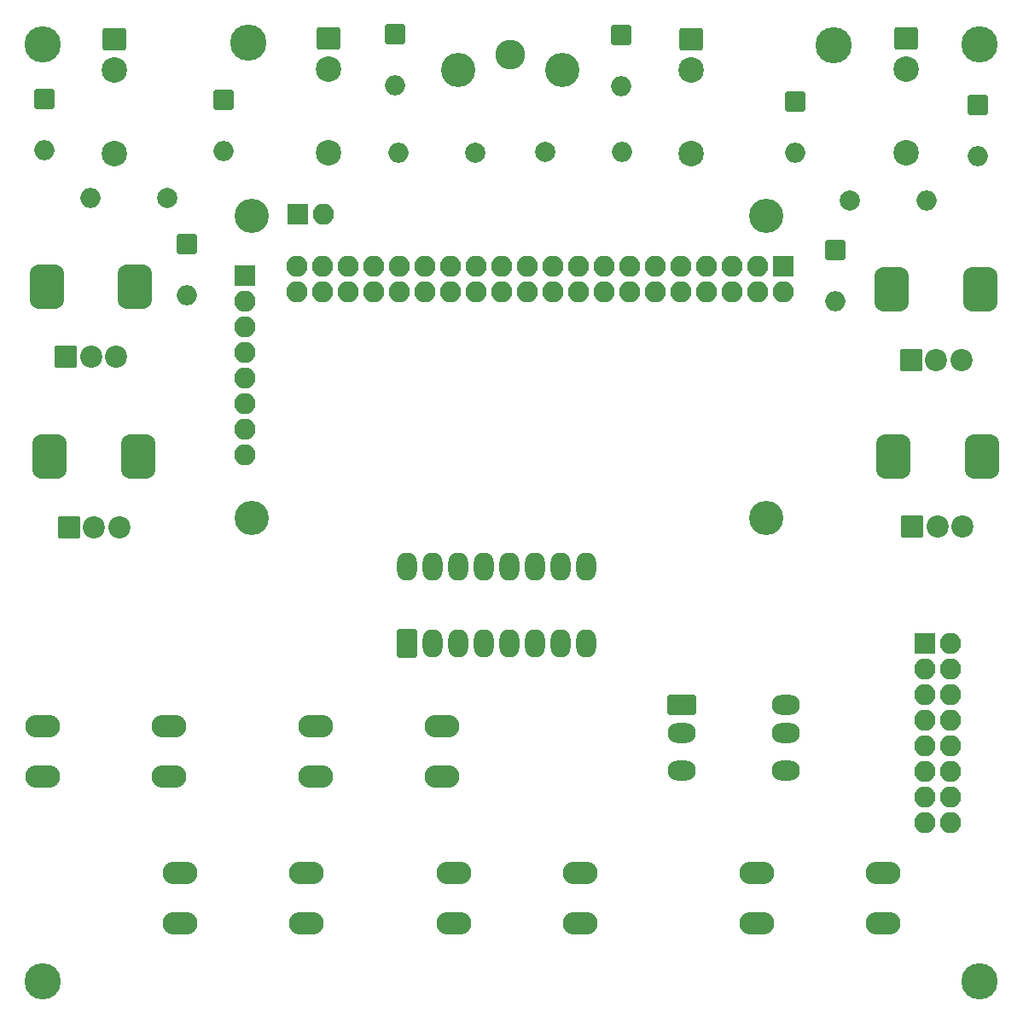
<source format=gts>
G04 #@! TF.GenerationSoftware,KiCad,Pcbnew,6.0.7*
G04 #@! TF.CreationDate,2022-12-24T12:27:27+13:00*
G04 #@! TF.ProjectId,recurBOY,72656375-7242-44f5-992e-6b696361645f,v0_7_1*
G04 #@! TF.SameCoordinates,Original*
G04 #@! TF.FileFunction,Soldermask,Top*
G04 #@! TF.FilePolarity,Negative*
%FSLAX46Y46*%
G04 Gerber Fmt 4.6, Leading zero omitted, Abs format (unit mm)*
G04 Created by KiCad (PCBNEW 6.0.7) date 2022-12-24 12:27:27*
%MOMM*%
%LPD*%
G01*
G04 APERTURE LIST*
G04 Aperture macros list*
%AMRoundRect*
0 Rectangle with rounded corners*
0 $1 Rounding radius*
0 $2 $3 $4 $5 $6 $7 $8 $9 X,Y pos of 4 corners*
0 Add a 4 corners polygon primitive as box body*
4,1,4,$2,$3,$4,$5,$6,$7,$8,$9,$2,$3,0*
0 Add four circle primitives for the rounded corners*
1,1,$1+$1,$2,$3*
1,1,$1+$1,$4,$5*
1,1,$1+$1,$6,$7*
1,1,$1+$1,$8,$9*
0 Add four rect primitives between the rounded corners*
20,1,$1+$1,$2,$3,$4,$5,0*
20,1,$1+$1,$4,$5,$6,$7,0*
20,1,$1+$1,$6,$7,$8,$9,0*
20,1,$1+$1,$8,$9,$2,$3,0*%
G04 Aperture macros list end*
%ADD10C,3.600000*%
%ADD11RoundRect,0.200000X-0.800000X0.800000X-0.800000X-0.800000X0.800000X-0.800000X0.800000X0.800000X0*%
%ADD12O,2.000000X2.000000*%
%ADD13RoundRect,0.200000X0.965000X0.915000X-0.965000X0.915000X-0.965000X-0.915000X0.965000X-0.915000X0*%
%ADD14C,2.530000*%
%ADD15C,3.400000*%
%ADD16RoundRect,0.200000X-0.850000X-0.850000X0.850000X-0.850000X0.850000X0.850000X-0.850000X0.850000X0*%
%ADD17O,2.100000X2.100000*%
%ADD18RoundRect,0.200000X0.850000X-0.850000X0.850000X0.850000X-0.850000X0.850000X-0.850000X-0.850000X0*%
%ADD19RoundRect,0.200000X-0.850000X0.850000X-0.850000X-0.850000X0.850000X-0.850000X0.850000X0.850000X0*%
%ADD20RoundRect,0.200000X-1.200000X-0.800000X1.200000X-0.800000X1.200000X0.800000X-1.200000X0.800000X0*%
%ADD21O,2.800000X2.000000*%
%ADD22C,2.000000*%
%ADD23RoundRect,0.950000X0.750000X-1.250000X0.750000X1.250000X-0.750000X1.250000X-0.750000X-1.250000X0*%
%ADD24RoundRect,0.200000X0.900000X-0.900000X0.900000X0.900000X-0.900000X0.900000X-0.900000X-0.900000X0*%
%ADD25C,2.200000*%
%ADD26RoundRect,0.200000X0.800000X-1.200000X0.800000X1.200000X-0.800000X1.200000X-0.800000X-1.200000X0*%
%ADD27O,2.000000X2.800000*%
%ADD28C,2.950000*%
%ADD29O,3.448000X2.250000*%
G04 APERTURE END LIST*
D10*
X108500000Y-38500000D03*
X201500000Y-38500000D03*
X201500000Y-131500000D03*
X108500000Y-131500000D03*
X128950000Y-38350000D03*
X187000000Y-38650000D03*
D11*
X108700000Y-43900000D03*
D12*
X108700000Y-48980000D03*
D11*
X122800000Y-58350000D03*
D12*
X122800000Y-63430000D03*
D11*
X143500000Y-37500000D03*
D12*
X143500000Y-42580000D03*
D11*
X126500000Y-44050000D03*
D12*
X126500000Y-49130000D03*
D11*
X165900000Y-37600000D03*
D12*
X165900000Y-42680000D03*
D11*
X183150000Y-44200000D03*
D12*
X183150000Y-49280000D03*
D11*
X201300000Y-44500000D03*
D12*
X201300000Y-49580000D03*
D11*
X187200000Y-58950000D03*
D12*
X187200000Y-64030000D03*
D13*
X115600000Y-38000000D03*
D14*
X115600000Y-49400000D03*
X115600000Y-41100000D03*
D13*
X136900000Y-37900000D03*
D14*
X136900000Y-49300000D03*
X136900000Y-41000000D03*
D13*
X172900000Y-38000000D03*
D14*
X172900000Y-49400000D03*
X172900000Y-41100000D03*
D13*
X194200000Y-37900000D03*
D14*
X194200000Y-49300000D03*
X194200000Y-41000000D03*
D15*
X180300000Y-55500000D03*
X129300000Y-55500000D03*
X180300000Y-85500000D03*
X129300000Y-85500000D03*
D16*
X128600000Y-61500000D03*
D17*
X128600000Y-64040000D03*
X128600000Y-66580000D03*
X128600000Y-69120000D03*
X128600000Y-71660000D03*
X128600000Y-74200000D03*
X128600000Y-76740000D03*
X128600000Y-79280000D03*
D18*
X133800000Y-55400000D03*
D17*
X136340000Y-55400000D03*
D19*
X182000000Y-60500000D03*
D17*
X182000000Y-63040000D03*
X179460000Y-60500000D03*
X179460000Y-63040000D03*
X176920000Y-60500000D03*
X176920000Y-63040000D03*
X174380000Y-60500000D03*
X174380000Y-63040000D03*
X171840000Y-60500000D03*
X171840000Y-63040000D03*
X169300000Y-60500000D03*
X169300000Y-63040000D03*
X166760000Y-60500000D03*
X166760000Y-63040000D03*
X164220000Y-60500000D03*
X164220000Y-63040000D03*
X161680000Y-60500000D03*
X161680000Y-63040000D03*
X159140000Y-60500000D03*
X159140000Y-63040000D03*
X156600000Y-60500000D03*
X156600000Y-63040000D03*
X154060000Y-60500000D03*
X154060000Y-63040000D03*
X151520000Y-60500000D03*
X151520000Y-63040000D03*
X148980000Y-60500000D03*
X148980000Y-63040000D03*
X146440000Y-60500000D03*
X146440000Y-63040000D03*
X143900000Y-60500000D03*
X143900000Y-63040000D03*
X141360000Y-60500000D03*
X141360000Y-63040000D03*
X138820000Y-60500000D03*
X138820000Y-63040000D03*
X136280000Y-60500000D03*
X136280000Y-63040000D03*
X133740000Y-60500000D03*
X133740000Y-63040000D03*
D20*
X171900000Y-104050000D03*
D21*
X171900000Y-106850000D03*
X171900000Y-110550000D03*
X182270000Y-104050000D03*
X182300000Y-106850000D03*
X182300000Y-110550000D03*
D16*
X196100000Y-97950000D03*
D17*
X198640000Y-97950000D03*
X196100000Y-100490000D03*
X198640000Y-100490000D03*
X196100000Y-103030000D03*
X198640000Y-103030000D03*
X196100000Y-105570000D03*
X198640000Y-105570000D03*
X196100000Y-108110000D03*
X198640000Y-108110000D03*
X196100000Y-110650000D03*
X198640000Y-110650000D03*
X196100000Y-113190000D03*
X198640000Y-113190000D03*
X196100000Y-115730000D03*
X198640000Y-115730000D03*
D22*
X120900000Y-53800000D03*
D12*
X113280000Y-53800000D03*
D22*
X151450000Y-49300000D03*
D12*
X143830000Y-49300000D03*
D22*
X158350000Y-49200000D03*
D12*
X165970000Y-49200000D03*
D22*
X188600000Y-54000000D03*
D12*
X196220000Y-54000000D03*
D23*
X108900000Y-62550000D03*
X117700000Y-62550000D03*
D24*
X110800000Y-69550000D03*
D25*
X113300000Y-69550000D03*
X115800000Y-69550000D03*
D23*
X118000000Y-79450000D03*
X109200000Y-79450000D03*
D24*
X111100000Y-86450000D03*
D25*
X113600000Y-86450000D03*
X116100000Y-86450000D03*
D23*
X201600000Y-62850000D03*
X192800000Y-62850000D03*
D24*
X194700000Y-69850000D03*
D25*
X197200000Y-69850000D03*
X199700000Y-69850000D03*
D23*
X201700000Y-79400000D03*
X192900000Y-79400000D03*
D24*
X194800000Y-86400000D03*
D25*
X197300000Y-86400000D03*
X199800000Y-86400000D03*
D26*
X144700000Y-98000000D03*
D27*
X147240000Y-98000000D03*
X149780000Y-98000000D03*
X152320000Y-98000000D03*
X154860000Y-98000000D03*
X157400000Y-98000000D03*
X159940000Y-98000000D03*
X162480000Y-98000000D03*
X162480000Y-90380000D03*
X159940000Y-90380000D03*
X157400000Y-90380000D03*
X154860000Y-90380000D03*
X152320000Y-90380000D03*
X149780000Y-90380000D03*
X147240000Y-90380000D03*
X144700000Y-90380000D03*
D28*
X154900000Y-39500000D03*
D15*
X149750000Y-41100000D03*
X160050000Y-41100000D03*
D29*
X191900000Y-125700000D03*
X179400000Y-125700000D03*
X191900000Y-120700000D03*
X179400000Y-120700000D03*
X121040000Y-111200000D03*
X108540000Y-111200000D03*
X121040000Y-106200000D03*
X108540000Y-106200000D03*
X122140000Y-125700000D03*
X134640000Y-125700000D03*
X122140000Y-120700000D03*
X134640000Y-120700000D03*
X135640000Y-111200000D03*
X148140000Y-111200000D03*
X135640000Y-106200000D03*
X148140000Y-106200000D03*
X161840000Y-125700000D03*
X149340000Y-125700000D03*
X161840000Y-120700000D03*
X149340000Y-120700000D03*
M02*

</source>
